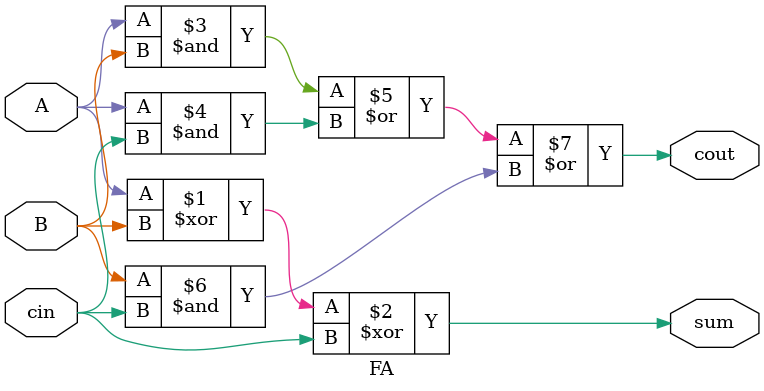
<source format=v>
`timescale 1ns/100ps
module full_adder_4bit(A, B, cout, s);
  input [3:0] A;
  input [3:0] B;
  output     cout;
  output [3:0] s;

  wire c0, c1, c2; 

  FA fa0(A[0],B[0],1'b0, c0, s[0]);
  FA fa1(A[1],B[1],c0, c1, s[1]);
  FA fa2(A[2],B[2],c1, c2, s[2]);
  FA fa3(A[3],B[3],c2, cout, s[3]);
 
endmodule

module FA(A, B, cin, cout, sum);
  input A;
  input B;
  input cin;
  output cout;
  output sum;

  assign sum = A ^ B ^ cin;
  assign cout = (A & B)|(A&cin)|(B&cin);

endmodule

</source>
